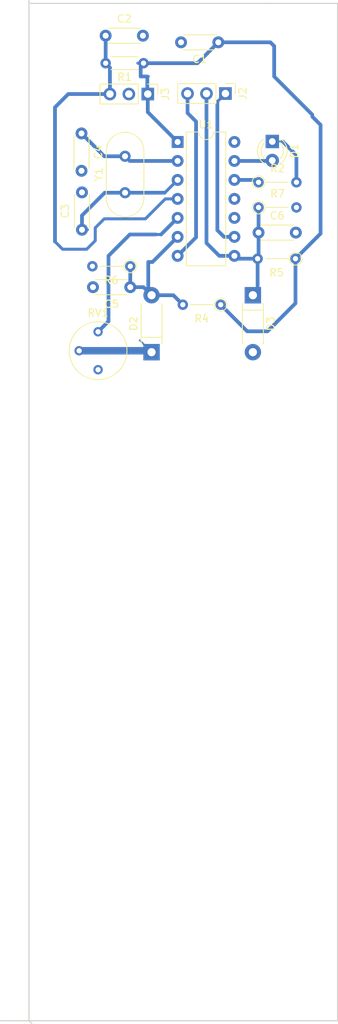
<source format=kicad_pcb>
(kicad_pcb (version 4) (host pcbnew 4.0.7)

  (general
    (links 38)
    (no_connects 10)
    (area 98.984999 31.039999 144.347001 168.096001)
    (thickness 1.6)
    (drawings 8)
    (tracks 97)
    (zones 0)
    (modules 20)
    (nets 18)
  )

  (page A4)
  (layers
    (0 F.Cu signal)
    (31 B.Cu signal)
    (32 B.Adhes user)
    (33 F.Adhes user)
    (34 B.Paste user)
    (35 F.Paste user)
    (36 B.SilkS user)
    (37 F.SilkS user)
    (38 B.Mask user)
    (39 F.Mask user)
    (40 Dwgs.User user)
    (41 Cmts.User user)
    (42 Eco1.User user)
    (43 Eco2.User user)
    (44 Edge.Cuts user)
    (45 Margin user)
    (46 B.CrtYd user)
    (47 F.CrtYd user)
    (48 B.Fab user)
    (49 F.Fab user)
  )

  (setup
    (last_trace_width 0.5)
    (trace_clearance 0.2)
    (zone_clearance 0.508)
    (zone_45_only no)
    (trace_min 0.2)
    (segment_width 0.2)
    (edge_width 0.15)
    (via_size 0.6)
    (via_drill 0.4)
    (via_min_size 0.4)
    (via_min_drill 0.3)
    (uvia_size 0.3)
    (uvia_drill 0.1)
    (uvias_allowed no)
    (uvia_min_size 0.2)
    (uvia_min_drill 0.1)
    (pcb_text_width 0.3)
    (pcb_text_size 1.5 1.5)
    (mod_edge_width 0.15)
    (mod_text_size 1 1)
    (mod_text_width 0.15)
    (pad_size 1.99898 1.99898)
    (pad_drill 0.8001)
    (pad_to_mask_clearance 0.2)
    (aux_axis_origin 0 0)
    (visible_elements 7FFFFFFF)
    (pcbplotparams
      (layerselection 0x00030_80000001)
      (usegerberextensions false)
      (excludeedgelayer true)
      (linewidth 0.100000)
      (plotframeref false)
      (viasonmask false)
      (mode 1)
      (useauxorigin false)
      (hpglpennumber 1)
      (hpglpenspeed 20)
      (hpglpendiameter 15)
      (hpglpenoverlay 2)
      (psnegative false)
      (psa4output false)
      (plotreference true)
      (plotvalue true)
      (plotinvisibletext false)
      (padsonsilk false)
      (subtractmaskfromsilk false)
      (outputformat 1)
      (mirror false)
      (drillshape 1)
      (scaleselection 1)
      (outputdirectory ""))
  )

  (net 0 "")
  (net 1 VCC)
  (net 2 GND)
  (net 3 /Reset)
  (net 4 "Net-(C3-Pad1)")
  (net 5 "Net-(C4-Pad1)")
  (net 6 Sense_low)
  (net 7 Sense_high)
  (net 8 "Net-(D1-Pad1)")
  (net 9 "Net-(D1-Pad2)")
  (net 10 Sensor_Track)
  (net 11 /sck)
  (net 12 /sda)
  (net 13 "Net-(R2-Pad1)")
  (net 14 Clock)
  (net 15 "Net-(U1-Pad10)")
  (net 16 "Net-(U1-Pad11)")
  (net 17 "Net-(RV1-Pad1)")

  (net_class Default "This is the default net class."
    (clearance 0.2)
    (trace_width 0.5)
    (via_dia 0.6)
    (via_drill 0.4)
    (uvia_dia 0.3)
    (uvia_drill 0.1)
    (add_net /Reset)
    (add_net /sck)
    (add_net /sda)
    (add_net Clock)
    (add_net GND)
    (add_net "Net-(C3-Pad1)")
    (add_net "Net-(C4-Pad1)")
    (add_net "Net-(D1-Pad1)")
    (add_net "Net-(D1-Pad2)")
    (add_net "Net-(R2-Pad1)")
    (add_net "Net-(RV1-Pad1)")
    (add_net "Net-(U1-Pad10)")
    (add_net "Net-(U1-Pad11)")
    (add_net Sense_high)
    (add_net Sense_low)
    (add_net VCC)
  )

  (net_class Strack ""
    (clearance 0.2)
    (trace_width 1.2)
    (via_dia 0.6)
    (via_drill 0.4)
    (uvia_dia 0.3)
    (uvia_drill 0.1)
    (add_net Sensor_Track)
  )

  (module Resistors_THT:R_Axial_DIN0204_L3.6mm_D1.6mm_P5.08mm_Vertical (layer F.Cu) (tedit 5874F706) (tstamp 5AC3AA66)
    (at 133.6675 58.801)
    (descr "Resistor, Axial_DIN0204 series, Axial, Vertical, pin pitch=5.08mm, 0.16666666666666666W = 1/6W, length*diameter=3.6*1.6mm^2, http://cdn-reichelt.de/documents/datenblatt/B400/1_4W%23YAG.pdf")
    (tags "Resistor Axial_DIN0204 series Axial Vertical pin pitch 5.08mm 0.16666666666666666W = 1/6W length 3.6mm diameter 1.6mm")
    (path /5AC3AAE6)
    (fp_text reference R7 (at 2.54 -1.86) (layer F.SilkS)
      (effects (font (size 1 1) (thickness 0.15)))
    )
    (fp_text value 1M (at 2.54 1.86) (layer F.Fab)
      (effects (font (size 1 1) (thickness 0.15)))
    )
    (fp_circle (center 0 0) (end 0.8 0) (layer F.Fab) (width 0.1))
    (fp_circle (center 0 0) (end 0.86 0) (layer F.SilkS) (width 0.12))
    (fp_line (start 0 0) (end 5.08 0) (layer F.Fab) (width 0.1))
    (fp_line (start 0.86 0) (end 4.08 0) (layer F.SilkS) (width 0.12))
    (fp_line (start -1.15 -1.15) (end -1.15 1.15) (layer F.CrtYd) (width 0.05))
    (fp_line (start -1.15 1.15) (end 6.1 1.15) (layer F.CrtYd) (width 0.05))
    (fp_line (start 6.1 1.15) (end 6.1 -1.15) (layer F.CrtYd) (width 0.05))
    (fp_line (start 6.1 -1.15) (end -1.15 -1.15) (layer F.CrtYd) (width 0.05))
    (pad 1 thru_hole circle (at 0 0) (size 1.4 1.4) (drill 0.7) (layers *.Cu *.Mask)
      (net 7 Sense_high))
    (pad 2 thru_hole oval (at 5.08 0) (size 1.4 1.4) (drill 0.7) (layers *.Cu *.Mask)
      (net 2 GND))
    (model ${KISYS3DMOD}/Resistors_THT.3dshapes/R_Axial_DIN0204_L3.6mm_D1.6mm_P5.08mm_Vertical.wrl
      (at (xyz 0 0 0))
      (scale (xyz 0.393701 0.393701 0.393701))
      (rotate (xyz 0 0 0))
    )
  )

  (module Resistors_THT:R_Axial_DIN0204_L3.6mm_D1.6mm_P5.08mm_Vertical (layer F.Cu) (tedit 5874F706) (tstamp 5AC3AA4D)
    (at 133.6675 55.4355)
    (descr "Resistor, Axial_DIN0204 series, Axial, Vertical, pin pitch=5.08mm, 0.16666666666666666W = 1/6W, length*diameter=3.6*1.6mm^2, http://cdn-reichelt.de/documents/datenblatt/B400/1_4W%23YAG.pdf")
    (tags "Resistor Axial_DIN0204 series Axial Vertical pin pitch 5.08mm 0.16666666666666666W = 1/6W length 3.6mm diameter 1.6mm")
    (path /5AC3F337)
    (fp_text reference R2 (at 2.54 -1.86) (layer F.SilkS)
      (effects (font (size 1 1) (thickness 0.15)))
    )
    (fp_text value 330 (at 2.54 1.86) (layer F.Fab)
      (effects (font (size 1 1) (thickness 0.15)))
    )
    (fp_circle (center 0 0) (end 0.8 0) (layer F.Fab) (width 0.1))
    (fp_circle (center 0 0) (end 0.86 0) (layer F.SilkS) (width 0.12))
    (fp_line (start 0 0) (end 5.08 0) (layer F.Fab) (width 0.1))
    (fp_line (start 0.86 0) (end 4.08 0) (layer F.SilkS) (width 0.12))
    (fp_line (start -1.15 -1.15) (end -1.15 1.15) (layer F.CrtYd) (width 0.05))
    (fp_line (start -1.15 1.15) (end 6.1 1.15) (layer F.CrtYd) (width 0.05))
    (fp_line (start 6.1 1.15) (end 6.1 -1.15) (layer F.CrtYd) (width 0.05))
    (fp_line (start 6.1 -1.15) (end -1.15 -1.15) (layer F.CrtYd) (width 0.05))
    (pad 1 thru_hole circle (at 0 0) (size 1.4 1.4) (drill 0.7) (layers *.Cu *.Mask)
      (net 13 "Net-(R2-Pad1)"))
    (pad 2 thru_hole oval (at 5.08 0) (size 1.4 1.4) (drill 0.7) (layers *.Cu *.Mask)
      (net 8 "Net-(D1-Pad1)"))
    (model ${KISYS3DMOD}/Resistors_THT.3dshapes/R_Axial_DIN0204_L3.6mm_D1.6mm_P5.08mm_Vertical.wrl
      (at (xyz 0 0 0))
      (scale (xyz 0.393701 0.393701 0.393701))
      (rotate (xyz 0 0 0))
    )
  )

  (module LEDs:LED_D3.0mm_FlatTop (layer F.Cu) (tedit 5880A862) (tstamp 5AC3A64E)
    (at 135.509 49.9745 270)
    (descr "LED, Round, FlatTop, diameter 3.0mm, 2 pins, http://www.kingbright.com/attachments/file/psearch/000/00/00/L-47XEC(Ver.9A).pdf")
    (tags "LED Round FlatTop diameter 3.0mm 2 pins")
    (path /5AC3F28A)
    (fp_text reference D1 (at 1.27 -2.96 270) (layer F.SilkS)
      (effects (font (size 1 1) (thickness 0.15)))
    )
    (fp_text value LED (at 1.27 2.96 270) (layer F.Fab)
      (effects (font (size 1 1) (thickness 0.15)))
    )
    (fp_arc (start 1.27 0) (end -0.23 -1.16619) (angle 284.3) (layer F.Fab) (width 0.1))
    (fp_arc (start 1.27 0) (end -0.29 -1.235516) (angle 108.8) (layer F.SilkS) (width 0.12))
    (fp_arc (start 1.27 0) (end -0.29 1.235516) (angle -108.8) (layer F.SilkS) (width 0.12))
    (fp_arc (start 1.27 0) (end 0.229039 -1.08) (angle 87.9) (layer F.SilkS) (width 0.12))
    (fp_arc (start 1.27 0) (end 0.229039 1.08) (angle -87.9) (layer F.SilkS) (width 0.12))
    (fp_circle (center 1.27 0) (end 2.77 0) (layer F.Fab) (width 0.1))
    (fp_line (start -0.23 -1.16619) (end -0.23 1.16619) (layer F.Fab) (width 0.1))
    (fp_line (start -0.29 -1.236) (end -0.29 -1.08) (layer F.SilkS) (width 0.12))
    (fp_line (start -0.29 1.08) (end -0.29 1.236) (layer F.SilkS) (width 0.12))
    (fp_line (start -1.15 -2.25) (end -1.15 2.25) (layer F.CrtYd) (width 0.05))
    (fp_line (start -1.15 2.25) (end 3.7 2.25) (layer F.CrtYd) (width 0.05))
    (fp_line (start 3.7 2.25) (end 3.7 -2.25) (layer F.CrtYd) (width 0.05))
    (fp_line (start 3.7 -2.25) (end -1.15 -2.25) (layer F.CrtYd) (width 0.05))
    (pad 1 thru_hole rect (at 0 0 270) (size 1.8 1.8) (drill 0.9) (layers *.Cu *.Mask)
      (net 8 "Net-(D1-Pad1)"))
    (pad 2 thru_hole circle (at 2.54 0 270) (size 1.8 1.8) (drill 0.9) (layers *.Cu *.Mask)
      (net 9 "Net-(D1-Pad2)"))
    (model ${KISYS3DMOD}/LEDs.3dshapes/LED_D3.0mm_FlatTop.wrl
      (at (xyz 0 0 0))
      (scale (xyz 0.393701 0.393701 0.393701))
      (rotate (xyz 0 0 0))
    )
  )

  (module Diodes_THT:D_DO-41_SOD81_P7.62mm_Horizontal (layer F.Cu) (tedit 5AC3A762) (tstamp 5AC3A654)
    (at 119.3165 78.1685 90)
    (descr "D, DO-41_SOD81 series, Axial, Horizontal, pin pitch=7.62mm, , length*diameter=5.2*2.7mm^2, , http://www.diodes.com/_files/packages/DO-41%20(Plastic).pdf")
    (tags "D DO-41_SOD81 series Axial Horizontal pin pitch 7.62mm  length 5.2mm diameter 2.7mm")
    (path /5AC3A86B)
    (fp_text reference D2 (at 3.81 -2.41 90) (layer F.SilkS)
      (effects (font (size 1 1) (thickness 0.15)))
    )
    (fp_text value D_Schottky (at 3.81 2.41 90) (layer F.Fab)
      (effects (font (size 1 1) (thickness 0.15)))
    )
    (fp_text user %R (at 4.064 0.762 90) (layer F.Fab)
      (effects (font (size 1 1) (thickness 0.15)))
    )
    (fp_line (start 1.21 -1.35) (end 1.21 1.35) (layer F.Fab) (width 0.1))
    (fp_line (start 1.21 1.35) (end 6.41 1.35) (layer F.Fab) (width 0.1))
    (fp_line (start 6.41 1.35) (end 6.41 -1.35) (layer F.Fab) (width 0.1))
    (fp_line (start 6.41 -1.35) (end 1.21 -1.35) (layer F.Fab) (width 0.1))
    (fp_line (start 0 0) (end 1.21 0) (layer F.Fab) (width 0.1))
    (fp_line (start 7.62 0) (end 6.41 0) (layer F.Fab) (width 0.1))
    (fp_line (start 1.99 -1.35) (end 1.99 1.35) (layer F.Fab) (width 0.1))
    (fp_line (start 1.15 -1.28) (end 1.15 -1.41) (layer F.SilkS) (width 0.12))
    (fp_line (start 1.15 -1.41) (end 6.47 -1.41) (layer F.SilkS) (width 0.12))
    (fp_line (start 6.47 -1.41) (end 6.47 -1.28) (layer F.SilkS) (width 0.12))
    (fp_line (start 1.15 1.28) (end 1.15 1.41) (layer F.SilkS) (width 0.12))
    (fp_line (start 1.15 1.41) (end 6.47 1.41) (layer F.SilkS) (width 0.12))
    (fp_line (start 6.47 1.41) (end 6.47 1.28) (layer F.SilkS) (width 0.12))
    (fp_line (start 1.99 -1.41) (end 1.99 1.41) (layer F.SilkS) (width 0.12))
    (fp_line (start -1.35 -1.7) (end -1.35 1.7) (layer F.CrtYd) (width 0.05))
    (fp_line (start -1.35 1.7) (end 9 1.7) (layer F.CrtYd) (width 0.05))
    (fp_line (start 9 1.7) (end 9 -1.7) (layer F.CrtYd) (width 0.05))
    (fp_line (start 9 -1.7) (end -1.35 -1.7) (layer F.CrtYd) (width 0.05))
    (pad 1 thru_hole rect (at 0 0 90) (size 2.2 2.2) (drill 1.1) (layers *.Cu *.Mask)
      (net 10 Sensor_Track))
    (pad 2 thru_hole oval (at 7.62 0 90) (size 2.2 2.2) (drill 1.1) (layers *.Cu *.Mask)
      (net 6 Sense_low))
    (model ${KISYS3DMOD}/Diodes_THT.3dshapes/D_DO-41_SOD81_P7.62mm_Horizontal.wrl
      (at (xyz 0 0 0))
      (scale (xyz 0.393701 0.393701 0.393701))
      (rotate (xyz 0 0 0))
    )
  )

  (module Diodes_THT:D_DO-41_SOD81_P7.62mm_Horizontal (layer F.Cu) (tedit 5921392F) (tstamp 5AC3A65A)
    (at 132.9055 70.5485 270)
    (descr "D, DO-41_SOD81 series, Axial, Horizontal, pin pitch=7.62mm, , length*diameter=5.2*2.7mm^2, , http://www.diodes.com/_files/packages/DO-41%20(Plastic).pdf")
    (tags "D DO-41_SOD81 series Axial Horizontal pin pitch 7.62mm  length 5.2mm diameter 2.7mm")
    (path /5AC3A8BB)
    (fp_text reference D3 (at 3.81 -2.41 270) (layer F.SilkS)
      (effects (font (size 1 1) (thickness 0.15)))
    )
    (fp_text value D_Schottky (at 3.81 2.41 270) (layer F.Fab)
      (effects (font (size 1 1) (thickness 0.15)))
    )
    (fp_text user %R (at 3.81 0 270) (layer F.Fab)
      (effects (font (size 1 1) (thickness 0.15)))
    )
    (fp_line (start 1.21 -1.35) (end 1.21 1.35) (layer F.Fab) (width 0.1))
    (fp_line (start 1.21 1.35) (end 6.41 1.35) (layer F.Fab) (width 0.1))
    (fp_line (start 6.41 1.35) (end 6.41 -1.35) (layer F.Fab) (width 0.1))
    (fp_line (start 6.41 -1.35) (end 1.21 -1.35) (layer F.Fab) (width 0.1))
    (fp_line (start 0 0) (end 1.21 0) (layer F.Fab) (width 0.1))
    (fp_line (start 7.62 0) (end 6.41 0) (layer F.Fab) (width 0.1))
    (fp_line (start 1.99 -1.35) (end 1.99 1.35) (layer F.Fab) (width 0.1))
    (fp_line (start 1.15 -1.28) (end 1.15 -1.41) (layer F.SilkS) (width 0.12))
    (fp_line (start 1.15 -1.41) (end 6.47 -1.41) (layer F.SilkS) (width 0.12))
    (fp_line (start 6.47 -1.41) (end 6.47 -1.28) (layer F.SilkS) (width 0.12))
    (fp_line (start 1.15 1.28) (end 1.15 1.41) (layer F.SilkS) (width 0.12))
    (fp_line (start 1.15 1.41) (end 6.47 1.41) (layer F.SilkS) (width 0.12))
    (fp_line (start 6.47 1.41) (end 6.47 1.28) (layer F.SilkS) (width 0.12))
    (fp_line (start 1.99 -1.41) (end 1.99 1.41) (layer F.SilkS) (width 0.12))
    (fp_line (start -1.35 -1.7) (end -1.35 1.7) (layer F.CrtYd) (width 0.05))
    (fp_line (start -1.35 1.7) (end 9 1.7) (layer F.CrtYd) (width 0.05))
    (fp_line (start 9 1.7) (end 9 -1.7) (layer F.CrtYd) (width 0.05))
    (fp_line (start 9 -1.7) (end -1.35 -1.7) (layer F.CrtYd) (width 0.05))
    (pad 1 thru_hole rect (at 0 0 270) (size 2.2 2.2) (drill 1.1) (layers *.Cu *.Mask)
      (net 7 Sense_high))
    (pad 2 thru_hole oval (at 7.62 0 270) (size 2.2 2.2) (drill 1.1) (layers *.Cu *.Mask)
      (net 10 Sensor_Track))
    (model ${KISYS3DMOD}/Diodes_THT.3dshapes/D_DO-41_SOD81_P7.62mm_Horizontal.wrl
      (at (xyz 0 0 0))
      (scale (xyz 0.393701 0.393701 0.393701))
      (rotate (xyz 0 0 0))
    )
  )

  (module Housings_DIP:DIP-14_W7.62mm (layer F.Cu) (tedit 59C78D6B) (tstamp 5AC3A6A0)
    (at 122.809 50.038)
    (descr "14-lead though-hole mounted DIP package, row spacing 7.62 mm (300 mils)")
    (tags "THT DIP DIL PDIP 2.54mm 7.62mm 300mil")
    (path /5AC3A6A1)
    (fp_text reference U1 (at 3.81 -2.33) (layer F.SilkS)
      (effects (font (size 1 1) (thickness 0.15)))
    )
    (fp_text value ATTINY44-20PU (at 3.81 17.57) (layer F.Fab)
      (effects (font (size 1 1) (thickness 0.15)))
    )
    (fp_arc (start 3.81 -1.33) (end 2.81 -1.33) (angle -180) (layer F.SilkS) (width 0.12))
    (fp_line (start 1.635 -1.27) (end 6.985 -1.27) (layer F.Fab) (width 0.1))
    (fp_line (start 6.985 -1.27) (end 6.985 16.51) (layer F.Fab) (width 0.1))
    (fp_line (start 6.985 16.51) (end 0.635 16.51) (layer F.Fab) (width 0.1))
    (fp_line (start 0.635 16.51) (end 0.635 -0.27) (layer F.Fab) (width 0.1))
    (fp_line (start 0.635 -0.27) (end 1.635 -1.27) (layer F.Fab) (width 0.1))
    (fp_line (start 2.81 -1.33) (end 1.16 -1.33) (layer F.SilkS) (width 0.12))
    (fp_line (start 1.16 -1.33) (end 1.16 16.57) (layer F.SilkS) (width 0.12))
    (fp_line (start 1.16 16.57) (end 6.46 16.57) (layer F.SilkS) (width 0.12))
    (fp_line (start 6.46 16.57) (end 6.46 -1.33) (layer F.SilkS) (width 0.12))
    (fp_line (start 6.46 -1.33) (end 4.81 -1.33) (layer F.SilkS) (width 0.12))
    (fp_line (start -1.1 -1.55) (end -1.1 16.8) (layer F.CrtYd) (width 0.05))
    (fp_line (start -1.1 16.8) (end 8.7 16.8) (layer F.CrtYd) (width 0.05))
    (fp_line (start 8.7 16.8) (end 8.7 -1.55) (layer F.CrtYd) (width 0.05))
    (fp_line (start 8.7 -1.55) (end -1.1 -1.55) (layer F.CrtYd) (width 0.05))
    (fp_text user %R (at 3.81 7.62) (layer F.Fab)
      (effects (font (size 1 1) (thickness 0.15)))
    )
    (pad 1 thru_hole rect (at 0 0) (size 1.6 1.6) (drill 0.8) (layers *.Cu *.Mask)
      (net 1 VCC))
    (pad 8 thru_hole oval (at 7.62 15.24) (size 1.6 1.6) (drill 0.8) (layers *.Cu *.Mask)
      (net 7 Sense_high))
    (pad 2 thru_hole oval (at 0 2.54) (size 1.6 1.6) (drill 0.8) (layers *.Cu *.Mask)
      (net 5 "Net-(C4-Pad1)"))
    (pad 9 thru_hole oval (at 7.62 12.7) (size 1.6 1.6) (drill 0.8) (layers *.Cu *.Mask)
      (net 11 /sck))
    (pad 3 thru_hole oval (at 0 5.08) (size 1.6 1.6) (drill 0.8) (layers *.Cu *.Mask)
      (net 4 "Net-(C3-Pad1)"))
    (pad 10 thru_hole oval (at 7.62 10.16) (size 1.6 1.6) (drill 0.8) (layers *.Cu *.Mask)
      (net 15 "Net-(U1-Pad10)"))
    (pad 4 thru_hole oval (at 0 7.62) (size 1.6 1.6) (drill 0.8) (layers *.Cu *.Mask)
      (net 3 /Reset))
    (pad 11 thru_hole oval (at 7.62 7.62) (size 1.6 1.6) (drill 0.8) (layers *.Cu *.Mask)
      (net 16 "Net-(U1-Pad11)"))
    (pad 5 thru_hole oval (at 0 10.16) (size 1.6 1.6) (drill 0.8) (layers *.Cu *.Mask)
      (net 14 Clock))
    (pad 12 thru_hole oval (at 7.62 5.08) (size 1.6 1.6) (drill 0.8) (layers *.Cu *.Mask)
      (net 13 "Net-(R2-Pad1)"))
    (pad 6 thru_hole oval (at 0 12.7) (size 1.6 1.6) (drill 0.8) (layers *.Cu *.Mask)
      (net 6 Sense_low))
    (pad 13 thru_hole oval (at 7.62 2.54) (size 1.6 1.6) (drill 0.8) (layers *.Cu *.Mask)
      (net 9 "Net-(D1-Pad2)"))
    (pad 7 thru_hole oval (at 0 15.24) (size 1.6 1.6) (drill 0.8) (layers *.Cu *.Mask)
      (net 12 /sda))
    (pad 14 thru_hole oval (at 7.62 0) (size 1.6 1.6) (drill 0.8) (layers *.Cu *.Mask)
      (net 2 GND))
    (model ${KISYS3DMOD}/Housings_DIP.3dshapes/DIP-14_W7.62mm.wrl
      (at (xyz 0 0 0))
      (scale (xyz 1 1 1))
      (rotate (xyz 0 0 0))
    )
  )

  (module Crystals:Crystal_HC49-U_Vertical (layer F.Cu) (tedit 58CD2E9C) (tstamp 5AC3A6A6)
    (at 115.7605 56.8325 90)
    (descr "Crystal THT HC-49/U http://5hertz.com/pdfs/04404_D.pdf")
    (tags "THT crystalHC-49/U")
    (path /5AC3C451)
    (fp_text reference Y1 (at 2.44 -3.525 90) (layer F.SilkS)
      (effects (font (size 1 1) (thickness 0.15)))
    )
    (fp_text value Crystal (at 2.44 3.525 90) (layer F.Fab)
      (effects (font (size 1 1) (thickness 0.15)))
    )
    (fp_text user %R (at 2.44 0 90) (layer F.Fab)
      (effects (font (size 1 1) (thickness 0.15)))
    )
    (fp_line (start -0.685 -2.325) (end 5.565 -2.325) (layer F.Fab) (width 0.1))
    (fp_line (start -0.685 2.325) (end 5.565 2.325) (layer F.Fab) (width 0.1))
    (fp_line (start -0.56 -2) (end 5.44 -2) (layer F.Fab) (width 0.1))
    (fp_line (start -0.56 2) (end 5.44 2) (layer F.Fab) (width 0.1))
    (fp_line (start -0.685 -2.525) (end 5.565 -2.525) (layer F.SilkS) (width 0.12))
    (fp_line (start -0.685 2.525) (end 5.565 2.525) (layer F.SilkS) (width 0.12))
    (fp_line (start -3.5 -2.8) (end -3.5 2.8) (layer F.CrtYd) (width 0.05))
    (fp_line (start -3.5 2.8) (end 8.4 2.8) (layer F.CrtYd) (width 0.05))
    (fp_line (start 8.4 2.8) (end 8.4 -2.8) (layer F.CrtYd) (width 0.05))
    (fp_line (start 8.4 -2.8) (end -3.5 -2.8) (layer F.CrtYd) (width 0.05))
    (fp_arc (start -0.685 0) (end -0.685 -2.325) (angle -180) (layer F.Fab) (width 0.1))
    (fp_arc (start 5.565 0) (end 5.565 -2.325) (angle 180) (layer F.Fab) (width 0.1))
    (fp_arc (start -0.56 0) (end -0.56 -2) (angle -180) (layer F.Fab) (width 0.1))
    (fp_arc (start 5.44 0) (end 5.44 -2) (angle 180) (layer F.Fab) (width 0.1))
    (fp_arc (start -0.685 0) (end -0.685 -2.525) (angle -180) (layer F.SilkS) (width 0.12))
    (fp_arc (start 5.565 0) (end 5.565 -2.525) (angle 180) (layer F.SilkS) (width 0.12))
    (pad 1 thru_hole circle (at 0 0 90) (size 1.5 1.5) (drill 0.8) (layers *.Cu *.Mask)
      (net 4 "Net-(C3-Pad1)"))
    (pad 2 thru_hole circle (at 4.88 0 90) (size 1.5 1.5) (drill 0.8) (layers *.Cu *.Mask)
      (net 5 "Net-(C4-Pad1)"))
    (model ${KISYS3DMOD}/Crystals.3dshapes/Crystal_HC49-U_Vertical.wrl
      (at (xyz 0 0 0))
      (scale (xyz 0.393701 0.393701 0.393701))
      (rotate (xyz 0 0 0))
    )
  )

  (module Capacitors_THT:C_Disc_D4.3mm_W1.9mm_P5.00mm (layer F.Cu) (tedit 597BC7C2) (tstamp 5AC3AA2A)
    (at 128.27 36.703 180)
    (descr "C, Disc series, Radial, pin pitch=5.00mm, , diameter*width=4.3*1.9mm^2, Capacitor, http://www.vishay.com/docs/45233/krseries.pdf")
    (tags "C Disc series Radial pin pitch 5.00mm  diameter 4.3mm width 1.9mm Capacitor")
    (path /5AC3B67B)
    (fp_text reference C1 (at 2.5 -2.26 180) (layer F.SilkS)
      (effects (font (size 1 1) (thickness 0.15)))
    )
    (fp_text value 1u (at 2.5 2.26 180) (layer F.Fab)
      (effects (font (size 1 1) (thickness 0.15)))
    )
    (fp_line (start 0.35 -0.95) (end 0.35 0.95) (layer F.Fab) (width 0.1))
    (fp_line (start 0.35 0.95) (end 4.65 0.95) (layer F.Fab) (width 0.1))
    (fp_line (start 4.65 0.95) (end 4.65 -0.95) (layer F.Fab) (width 0.1))
    (fp_line (start 4.65 -0.95) (end 0.35 -0.95) (layer F.Fab) (width 0.1))
    (fp_line (start 0.29 -1.01) (end 4.71 -1.01) (layer F.SilkS) (width 0.12))
    (fp_line (start 0.29 1.01) (end 4.71 1.01) (layer F.SilkS) (width 0.12))
    (fp_line (start 0.29 -1.01) (end 0.29 -0.996) (layer F.SilkS) (width 0.12))
    (fp_line (start 0.29 0.996) (end 0.29 1.01) (layer F.SilkS) (width 0.12))
    (fp_line (start 4.71 -1.01) (end 4.71 -0.996) (layer F.SilkS) (width 0.12))
    (fp_line (start 4.71 0.996) (end 4.71 1.01) (layer F.SilkS) (width 0.12))
    (fp_line (start -1.05 -1.3) (end -1.05 1.3) (layer F.CrtYd) (width 0.05))
    (fp_line (start -1.05 1.3) (end 6.05 1.3) (layer F.CrtYd) (width 0.05))
    (fp_line (start 6.05 1.3) (end 6.05 -1.3) (layer F.CrtYd) (width 0.05))
    (fp_line (start 6.05 -1.3) (end -1.05 -1.3) (layer F.CrtYd) (width 0.05))
    (fp_text user %R (at 2.5 0 180) (layer F.Fab)
      (effects (font (size 1 1) (thickness 0.15)))
    )
    (pad 1 thru_hole circle (at 0 0 180) (size 1.6 1.6) (drill 0.8) (layers *.Cu *.Mask)
      (net 1 VCC))
    (pad 2 thru_hole circle (at 5 0 180) (size 1.6 1.6) (drill 0.8) (layers *.Cu *.Mask)
      (net 2 GND))
    (model ${KISYS3DMOD}/Capacitors_THT.3dshapes/C_Disc_D4.3mm_W1.9mm_P5.00mm.wrl
      (at (xyz 0 0 0))
      (scale (xyz 1 1 1))
      (rotate (xyz 0 0 0))
    )
  )

  (module Capacitors_THT:C_Disc_D4.3mm_W1.9mm_P5.00mm (layer F.Cu) (tedit 5AC3AA39) (tstamp 5AC3AA2F)
    (at 113.157 35.814)
    (descr "C, Disc series, Radial, pin pitch=5.00mm, , diameter*width=4.3*1.9mm^2, Capacitor, http://www.vishay.com/docs/45233/krseries.pdf")
    (tags "C Disc series Radial pin pitch 5.00mm  diameter 4.3mm width 1.9mm Capacitor")
    (path /5AC3E1B7)
    (fp_text reference C2 (at 2.5 -2.26) (layer F.SilkS)
      (effects (font (size 1 1) (thickness 0.15)))
    )
    (fp_text value 1u (at 2.5 2.26) (layer F.Fab)
      (effects (font (size 1 1) (thickness 0.15)))
    )
    (fp_line (start 0.35 -0.95) (end 0.35 0.95) (layer F.Fab) (width 0.1))
    (fp_line (start 0.35 0.95) (end 4.65 0.95) (layer F.Fab) (width 0.1))
    (fp_line (start 4.65 0.95) (end 4.65 -0.95) (layer F.Fab) (width 0.1))
    (fp_line (start 4.65 -0.95) (end 0.35 -0.95) (layer F.Fab) (width 0.1))
    (fp_line (start 0.29 -1.01) (end 4.71 -1.01) (layer F.SilkS) (width 0.12))
    (fp_line (start 0.29 1.01) (end 4.71 1.01) (layer F.SilkS) (width 0.12))
    (fp_line (start 0.29 -1.01) (end 0.29 -0.996) (layer F.SilkS) (width 0.12))
    (fp_line (start 0.29 0.996) (end 0.29 1.01) (layer F.SilkS) (width 0.12))
    (fp_line (start 4.71 -1.01) (end 4.71 -0.996) (layer F.SilkS) (width 0.12))
    (fp_line (start 4.71 0.996) (end 4.71 1.01) (layer F.SilkS) (width 0.12))
    (fp_line (start -1.05 -1.3) (end -1.05 1.3) (layer F.CrtYd) (width 0.05))
    (fp_line (start -1.05 1.3) (end 6.05 1.3) (layer F.CrtYd) (width 0.05))
    (fp_line (start 6.05 1.3) (end 6.05 -1.3) (layer F.CrtYd) (width 0.05))
    (fp_line (start 6.05 -1.3) (end -1.05 -1.3) (layer F.CrtYd) (width 0.05))
    (fp_text user %R (at 2.54 0) (layer F.Fab)
      (effects (font (size 1 1) (thickness 0.15)))
    )
    (pad 1 thru_hole circle (at 0 0) (size 1.6 1.6) (drill 0.8) (layers *.Cu *.Mask)
      (net 3 /Reset))
    (pad 2 thru_hole circle (at 5 0) (size 1.6 1.6) (drill 0.8) (layers *.Cu *.Mask)
      (net 2 GND))
    (model ${KISYS3DMOD}/Capacitors_THT.3dshapes/C_Disc_D4.3mm_W1.9mm_P5.00mm.wrl
      (at (xyz 0 0 0))
      (scale (xyz 1 1 1))
      (rotate (xyz 0 0 0))
    )
  )

  (module Capacitors_THT:C_Disc_D4.3mm_W1.9mm_P5.00mm (layer F.Cu) (tedit 5AC3AA87) (tstamp 5AC3AA34)
    (at 109.982 61.7855 90)
    (descr "C, Disc series, Radial, pin pitch=5.00mm, , diameter*width=4.3*1.9mm^2, Capacitor, http://www.vishay.com/docs/45233/krseries.pdf")
    (tags "C Disc series Radial pin pitch 5.00mm  diameter 4.3mm width 1.9mm Capacitor")
    (path /5AC3C502)
    (fp_text reference C3 (at 2.5 -2.26 90) (layer F.SilkS)
      (effects (font (size 1 1) (thickness 0.15)))
    )
    (fp_text value 1n (at 2.5 2.26 90) (layer F.Fab)
      (effects (font (size 1 1) (thickness 0.15)))
    )
    (fp_line (start 0.35 -0.95) (end 0.35 0.95) (layer F.Fab) (width 0.1))
    (fp_line (start 0.35 0.95) (end 4.65 0.95) (layer F.Fab) (width 0.1))
    (fp_line (start 4.65 0.95) (end 4.65 -0.95) (layer F.Fab) (width 0.1))
    (fp_line (start 4.65 -0.95) (end 0.35 -0.95) (layer F.Fab) (width 0.1))
    (fp_line (start 0.29 -1.01) (end 4.71 -1.01) (layer F.SilkS) (width 0.12))
    (fp_line (start 0.29 1.01) (end 4.71 1.01) (layer F.SilkS) (width 0.12))
    (fp_line (start 0.29 -1.01) (end 0.29 -0.996) (layer F.SilkS) (width 0.12))
    (fp_line (start 0.29 0.996) (end 0.29 1.01) (layer F.SilkS) (width 0.12))
    (fp_line (start 4.71 -1.01) (end 4.71 -0.996) (layer F.SilkS) (width 0.12))
    (fp_line (start 4.71 0.996) (end 4.71 1.01) (layer F.SilkS) (width 0.12))
    (fp_line (start -1.05 -1.3) (end -1.05 1.3) (layer F.CrtYd) (width 0.05))
    (fp_line (start -1.05 1.3) (end 6.05 1.3) (layer F.CrtYd) (width 0.05))
    (fp_line (start 6.05 1.3) (end 6.05 -1.3) (layer F.CrtYd) (width 0.05))
    (fp_line (start 6.05 -1.3) (end -1.05 -1.3) (layer F.CrtYd) (width 0.05))
    (fp_text user %R (at 2.032 0 90) (layer F.Fab)
      (effects (font (size 1 1) (thickness 0.15)))
    )
    (pad 1 thru_hole circle (at 0 0 90) (size 1.6 1.6) (drill 0.8) (layers *.Cu *.Mask)
      (net 4 "Net-(C3-Pad1)"))
    (pad 2 thru_hole circle (at 5 0 90) (size 1.6 1.6) (drill 0.8) (layers *.Cu *.Mask)
      (net 2 GND))
    (model ${KISYS3DMOD}/Capacitors_THT.3dshapes/C_Disc_D4.3mm_W1.9mm_P5.00mm.wrl
      (at (xyz 0 0 0))
      (scale (xyz 1 1 1))
      (rotate (xyz 0 0 0))
    )
  )

  (module Capacitors_THT:C_Disc_D4.3mm_W1.9mm_P5.00mm (layer F.Cu) (tedit 597BC7C2) (tstamp 5AC3AA39)
    (at 109.9185 48.895 270)
    (descr "C, Disc series, Radial, pin pitch=5.00mm, , diameter*width=4.3*1.9mm^2, Capacitor, http://www.vishay.com/docs/45233/krseries.pdf")
    (tags "C Disc series Radial pin pitch 5.00mm  diameter 4.3mm width 1.9mm Capacitor")
    (path /5AC3C67C)
    (fp_text reference C4 (at 2.5 -2.26 270) (layer F.SilkS)
      (effects (font (size 1 1) (thickness 0.15)))
    )
    (fp_text value 1n (at 2.5 2.26 270) (layer F.Fab)
      (effects (font (size 1 1) (thickness 0.15)))
    )
    (fp_line (start 0.35 -0.95) (end 0.35 0.95) (layer F.Fab) (width 0.1))
    (fp_line (start 0.35 0.95) (end 4.65 0.95) (layer F.Fab) (width 0.1))
    (fp_line (start 4.65 0.95) (end 4.65 -0.95) (layer F.Fab) (width 0.1))
    (fp_line (start 4.65 -0.95) (end 0.35 -0.95) (layer F.Fab) (width 0.1))
    (fp_line (start 0.29 -1.01) (end 4.71 -1.01) (layer F.SilkS) (width 0.12))
    (fp_line (start 0.29 1.01) (end 4.71 1.01) (layer F.SilkS) (width 0.12))
    (fp_line (start 0.29 -1.01) (end 0.29 -0.996) (layer F.SilkS) (width 0.12))
    (fp_line (start 0.29 0.996) (end 0.29 1.01) (layer F.SilkS) (width 0.12))
    (fp_line (start 4.71 -1.01) (end 4.71 -0.996) (layer F.SilkS) (width 0.12))
    (fp_line (start 4.71 0.996) (end 4.71 1.01) (layer F.SilkS) (width 0.12))
    (fp_line (start -1.05 -1.3) (end -1.05 1.3) (layer F.CrtYd) (width 0.05))
    (fp_line (start -1.05 1.3) (end 6.05 1.3) (layer F.CrtYd) (width 0.05))
    (fp_line (start 6.05 1.3) (end 6.05 -1.3) (layer F.CrtYd) (width 0.05))
    (fp_line (start 6.05 -1.3) (end -1.05 -1.3) (layer F.CrtYd) (width 0.05))
    (fp_text user %R (at 2.5 0 270) (layer F.Fab)
      (effects (font (size 1 1) (thickness 0.15)))
    )
    (pad 1 thru_hole circle (at 0 0 270) (size 1.6 1.6) (drill 0.8) (layers *.Cu *.Mask)
      (net 5 "Net-(C4-Pad1)"))
    (pad 2 thru_hole circle (at 5 0 270) (size 1.6 1.6) (drill 0.8) (layers *.Cu *.Mask)
      (net 2 GND))
    (model ${KISYS3DMOD}/Capacitors_THT.3dshapes/C_Disc_D4.3mm_W1.9mm_P5.00mm.wrl
      (at (xyz 0 0 0))
      (scale (xyz 1 1 1))
      (rotate (xyz 0 0 0))
    )
  )

  (module Capacitors_THT:C_Disc_D4.3mm_W1.9mm_P5.00mm (layer F.Cu) (tedit 5ACC1B59) (tstamp 5AC3AA3E)
    (at 116.459 69.469 180)
    (descr "C, Disc series, Radial, pin pitch=5.00mm, , diameter*width=4.3*1.9mm^2, Capacitor, http://www.vishay.com/docs/45233/krseries.pdf")
    (tags "C Disc series Radial pin pitch 5.00mm  diameter 4.3mm width 1.9mm Capacitor")
    (path /5AC3A7A3)
    (fp_text reference C5 (at 2.5 -2.26 180) (layer F.SilkS)
      (effects (font (size 1 1) (thickness 0.15)))
    )
    (fp_text value 1n (at 2.5 2.26 180) (layer F.Fab)
      (effects (font (size 1 1) (thickness 0.15)))
    )
    (fp_line (start 0.35 -0.95) (end 0.35 0.95) (layer F.Fab) (width 0.1))
    (fp_line (start 0.35 0.95) (end 4.65 0.95) (layer F.Fab) (width 0.1))
    (fp_line (start 4.65 0.95) (end 4.65 -0.95) (layer F.Fab) (width 0.1))
    (fp_line (start 4.65 -0.95) (end 0.35 -0.95) (layer F.Fab) (width 0.1))
    (fp_line (start 0.29 -1.01) (end 4.71 -1.01) (layer F.SilkS) (width 0.12))
    (fp_line (start 0.29 1.01) (end 4.71 1.01) (layer F.SilkS) (width 0.12))
    (fp_line (start 0.29 -1.01) (end 0.29 -0.996) (layer F.SilkS) (width 0.12))
    (fp_line (start 0.29 0.996) (end 0.29 1.01) (layer F.SilkS) (width 0.12))
    (fp_line (start 4.71 -1.01) (end 4.71 -0.996) (layer F.SilkS) (width 0.12))
    (fp_line (start 4.71 0.996) (end 4.71 1.01) (layer F.SilkS) (width 0.12))
    (fp_line (start -1.05 -1.3) (end -1.05 1.3) (layer F.CrtYd) (width 0.05))
    (fp_line (start -1.05 1.3) (end 6.05 1.3) (layer F.CrtYd) (width 0.05))
    (fp_line (start 6.05 1.3) (end 6.05 -1.3) (layer F.CrtYd) (width 0.05))
    (fp_line (start 6.05 -1.3) (end -1.05 -1.3) (layer F.CrtYd) (width 0.05))
    (fp_text user %R (at 2.4765 0.3175 180) (layer F.Fab)
      (effects (font (size 1 1) (thickness 0.15)))
    )
    (pad 1 thru_hole circle (at 0 0 180) (size 1.6 1.6) (drill 0.8) (layers *.Cu *.Mask)
      (net 6 Sense_low))
    (pad 2 thru_hole circle (at 5 0 180) (size 1.6 1.6) (drill 0.8) (layers *.Cu *.Mask)
      (net 2 GND))
    (model ${KISYS3DMOD}/Capacitors_THT.3dshapes/C_Disc_D4.3mm_W1.9mm_P5.00mm.wrl
      (at (xyz 0 0 0))
      (scale (xyz 1 1 1))
      (rotate (xyz 0 0 0))
    )
  )

  (module Capacitors_THT:C_Disc_D4.3mm_W1.9mm_P5.00mm (layer F.Cu) (tedit 597BC7C2) (tstamp 5AC3AA43)
    (at 133.6675 62.1665)
    (descr "C, Disc series, Radial, pin pitch=5.00mm, , diameter*width=4.3*1.9mm^2, Capacitor, http://www.vishay.com/docs/45233/krseries.pdf")
    (tags "C Disc series Radial pin pitch 5.00mm  diameter 4.3mm width 1.9mm Capacitor")
    (path /5AC3AADA)
    (fp_text reference C6 (at 2.5 -2.26) (layer F.SilkS)
      (effects (font (size 1 1) (thickness 0.15)))
    )
    (fp_text value 1n (at 2.5 2.26) (layer F.Fab)
      (effects (font (size 1 1) (thickness 0.15)))
    )
    (fp_line (start 0.35 -0.95) (end 0.35 0.95) (layer F.Fab) (width 0.1))
    (fp_line (start 0.35 0.95) (end 4.65 0.95) (layer F.Fab) (width 0.1))
    (fp_line (start 4.65 0.95) (end 4.65 -0.95) (layer F.Fab) (width 0.1))
    (fp_line (start 4.65 -0.95) (end 0.35 -0.95) (layer F.Fab) (width 0.1))
    (fp_line (start 0.29 -1.01) (end 4.71 -1.01) (layer F.SilkS) (width 0.12))
    (fp_line (start 0.29 1.01) (end 4.71 1.01) (layer F.SilkS) (width 0.12))
    (fp_line (start 0.29 -1.01) (end 0.29 -0.996) (layer F.SilkS) (width 0.12))
    (fp_line (start 0.29 0.996) (end 0.29 1.01) (layer F.SilkS) (width 0.12))
    (fp_line (start 4.71 -1.01) (end 4.71 -0.996) (layer F.SilkS) (width 0.12))
    (fp_line (start 4.71 0.996) (end 4.71 1.01) (layer F.SilkS) (width 0.12))
    (fp_line (start -1.05 -1.3) (end -1.05 1.3) (layer F.CrtYd) (width 0.05))
    (fp_line (start -1.05 1.3) (end 6.05 1.3) (layer F.CrtYd) (width 0.05))
    (fp_line (start 6.05 1.3) (end 6.05 -1.3) (layer F.CrtYd) (width 0.05))
    (fp_line (start 6.05 -1.3) (end -1.05 -1.3) (layer F.CrtYd) (width 0.05))
    (fp_text user %R (at 2.5 0) (layer F.Fab)
      (effects (font (size 1 1) (thickness 0.15)))
    )
    (pad 1 thru_hole circle (at 0 0) (size 1.6 1.6) (drill 0.8) (layers *.Cu *.Mask)
      (net 7 Sense_high))
    (pad 2 thru_hole circle (at 5 0) (size 1.6 1.6) (drill 0.8) (layers *.Cu *.Mask)
      (net 2 GND))
    (model ${KISYS3DMOD}/Capacitors_THT.3dshapes/C_Disc_D4.3mm_W1.9mm_P5.00mm.wrl
      (at (xyz 0 0 0))
      (scale (xyz 1 1 1))
      (rotate (xyz 0 0 0))
    )
  )

  (module Resistors_THT:R_Axial_DIN0204_L3.6mm_D1.6mm_P5.08mm_Horizontal (layer F.Cu) (tedit 5874F706) (tstamp 5AC3AA48)
    (at 118.237 39.497 180)
    (descr "Resistor, Axial_DIN0204 series, Axial, Horizontal, pin pitch=5.08mm, 0.16666666666666666W = 1/6W, length*diameter=3.6*1.6mm^2, http://cdn-reichelt.de/documents/datenblatt/B400/1_4W%23YAG.pdf")
    (tags "Resistor Axial_DIN0204 series Axial Horizontal pin pitch 5.08mm 0.16666666666666666W = 1/6W length 3.6mm diameter 1.6mm")
    (path /5AC3E4AA)
    (fp_text reference R1 (at 2.54 -1.86 180) (layer F.SilkS)
      (effects (font (size 1 1) (thickness 0.15)))
    )
    (fp_text value 10k (at 2.54 1.86 180) (layer F.Fab)
      (effects (font (size 1 1) (thickness 0.15)))
    )
    (fp_line (start 0.74 -0.8) (end 0.74 0.8) (layer F.Fab) (width 0.1))
    (fp_line (start 0.74 0.8) (end 4.34 0.8) (layer F.Fab) (width 0.1))
    (fp_line (start 4.34 0.8) (end 4.34 -0.8) (layer F.Fab) (width 0.1))
    (fp_line (start 4.34 -0.8) (end 0.74 -0.8) (layer F.Fab) (width 0.1))
    (fp_line (start 0 0) (end 0.74 0) (layer F.Fab) (width 0.1))
    (fp_line (start 5.08 0) (end 4.34 0) (layer F.Fab) (width 0.1))
    (fp_line (start 0.68 -0.86) (end 4.4 -0.86) (layer F.SilkS) (width 0.12))
    (fp_line (start 0.68 0.86) (end 4.4 0.86) (layer F.SilkS) (width 0.12))
    (fp_line (start -0.95 -1.15) (end -0.95 1.15) (layer F.CrtYd) (width 0.05))
    (fp_line (start -0.95 1.15) (end 6.05 1.15) (layer F.CrtYd) (width 0.05))
    (fp_line (start 6.05 1.15) (end 6.05 -1.15) (layer F.CrtYd) (width 0.05))
    (fp_line (start 6.05 -1.15) (end -0.95 -1.15) (layer F.CrtYd) (width 0.05))
    (pad 1 thru_hole circle (at 0 0 180) (size 1.4 1.4) (drill 0.7) (layers *.Cu *.Mask)
      (net 1 VCC))
    (pad 2 thru_hole oval (at 5.08 0 180) (size 1.4 1.4) (drill 0.7) (layers *.Cu *.Mask)
      (net 3 /Reset))
    (model ${KISYS3DMOD}/Resistors_THT.3dshapes/R_Axial_DIN0204_L3.6mm_D1.6mm_P5.08mm_Horizontal.wrl
      (at (xyz 0 0 0))
      (scale (xyz 0.393701 0.393701 0.393701))
      (rotate (xyz 0 0 0))
    )
  )

  (module Resistors_THT:R_Axial_DIN0204_L3.6mm_D1.6mm_P5.08mm_Vertical (layer F.Cu) (tedit 5874F706) (tstamp 5AC3AA57)
    (at 128.5875 71.8185 180)
    (descr "Resistor, Axial_DIN0204 series, Axial, Vertical, pin pitch=5.08mm, 0.16666666666666666W = 1/6W, length*diameter=3.6*1.6mm^2, http://cdn-reichelt.de/documents/datenblatt/B400/1_4W%23YAG.pdf")
    (tags "Resistor Axial_DIN0204 series Axial Vertical pin pitch 5.08mm 0.16666666666666666W = 1/6W length 3.6mm diameter 1.6mm")
    (path /5AC3A764)
    (fp_text reference R4 (at 2.54 -1.86 180) (layer F.SilkS)
      (effects (font (size 1 1) (thickness 0.15)))
    )
    (fp_text value 1M (at 2.54 1.86 180) (layer F.Fab)
      (effects (font (size 1 1) (thickness 0.15)))
    )
    (fp_circle (center 0 0) (end 0.8 0) (layer F.Fab) (width 0.1))
    (fp_circle (center 0 0) (end 0.86 0) (layer F.SilkS) (width 0.12))
    (fp_line (start 0 0) (end 5.08 0) (layer F.Fab) (width 0.1))
    (fp_line (start 0.86 0) (end 4.08 0) (layer F.SilkS) (width 0.12))
    (fp_line (start -1.15 -1.15) (end -1.15 1.15) (layer F.CrtYd) (width 0.05))
    (fp_line (start -1.15 1.15) (end 6.1 1.15) (layer F.CrtYd) (width 0.05))
    (fp_line (start 6.1 1.15) (end 6.1 -1.15) (layer F.CrtYd) (width 0.05))
    (fp_line (start 6.1 -1.15) (end -1.15 -1.15) (layer F.CrtYd) (width 0.05))
    (pad 1 thru_hole circle (at 0 0 180) (size 1.4 1.4) (drill 0.7) (layers *.Cu *.Mask)
      (net 1 VCC))
    (pad 2 thru_hole oval (at 5.08 0 180) (size 1.4 1.4) (drill 0.7) (layers *.Cu *.Mask)
      (net 6 Sense_low))
    (model ${KISYS3DMOD}/Resistors_THT.3dshapes/R_Axial_DIN0204_L3.6mm_D1.6mm_P5.08mm_Vertical.wrl
      (at (xyz 0 0 0))
      (scale (xyz 0.393701 0.393701 0.393701))
      (rotate (xyz 0 0 0))
    )
  )

  (module Resistors_THT:R_Axial_DIN0204_L3.6mm_D1.6mm_P5.08mm_Vertical (layer F.Cu) (tedit 5874F706) (tstamp 5AC3AA5C)
    (at 138.6205 65.659 180)
    (descr "Resistor, Axial_DIN0204 series, Axial, Vertical, pin pitch=5.08mm, 0.16666666666666666W = 1/6W, length*diameter=3.6*1.6mm^2, http://cdn-reichelt.de/documents/datenblatt/B400/1_4W%23YAG.pdf")
    (tags "Resistor Axial_DIN0204 series Axial Vertical pin pitch 5.08mm 0.16666666666666666W = 1/6W length 3.6mm diameter 1.6mm")
    (path /5AC3AAD4)
    (fp_text reference R5 (at 2.54 -1.86 180) (layer F.SilkS)
      (effects (font (size 1 1) (thickness 0.15)))
    )
    (fp_text value 1M (at 2.54 1.86 180) (layer F.Fab)
      (effects (font (size 1 1) (thickness 0.15)))
    )
    (fp_circle (center 0 0) (end 0.8 0) (layer F.Fab) (width 0.1))
    (fp_circle (center 0 0) (end 0.86 0) (layer F.SilkS) (width 0.12))
    (fp_line (start 0 0) (end 5.08 0) (layer F.Fab) (width 0.1))
    (fp_line (start 0.86 0) (end 4.08 0) (layer F.SilkS) (width 0.12))
    (fp_line (start -1.15 -1.15) (end -1.15 1.15) (layer F.CrtYd) (width 0.05))
    (fp_line (start -1.15 1.15) (end 6.1 1.15) (layer F.CrtYd) (width 0.05))
    (fp_line (start 6.1 1.15) (end 6.1 -1.15) (layer F.CrtYd) (width 0.05))
    (fp_line (start 6.1 -1.15) (end -1.15 -1.15) (layer F.CrtYd) (width 0.05))
    (pad 1 thru_hole circle (at 0 0 180) (size 1.4 1.4) (drill 0.7) (layers *.Cu *.Mask)
      (net 1 VCC))
    (pad 2 thru_hole oval (at 5.08 0 180) (size 1.4 1.4) (drill 0.7) (layers *.Cu *.Mask)
      (net 7 Sense_high))
    (model ${KISYS3DMOD}/Resistors_THT.3dshapes/R_Axial_DIN0204_L3.6mm_D1.6mm_P5.08mm_Vertical.wrl
      (at (xyz 0 0 0))
      (scale (xyz 0.393701 0.393701 0.393701))
      (rotate (xyz 0 0 0))
    )
  )

  (module Resistors_THT:R_Axial_DIN0204_L3.6mm_D1.6mm_P5.08mm_Vertical (layer F.Cu) (tedit 5874F706) (tstamp 5AC3AA61)
    (at 116.459 66.675 180)
    (descr "Resistor, Axial_DIN0204 series, Axial, Vertical, pin pitch=5.08mm, 0.16666666666666666W = 1/6W, length*diameter=3.6*1.6mm^2, http://cdn-reichelt.de/documents/datenblatt/B400/1_4W%23YAG.pdf")
    (tags "Resistor Axial_DIN0204 series Axial Vertical pin pitch 5.08mm 0.16666666666666666W = 1/6W length 3.6mm diameter 1.6mm")
    (path /5AC3A800)
    (fp_text reference R6 (at 2.54 -1.86 180) (layer F.SilkS)
      (effects (font (size 1 1) (thickness 0.15)))
    )
    (fp_text value 1M (at 2.54 1.86 180) (layer F.Fab)
      (effects (font (size 1 1) (thickness 0.15)))
    )
    (fp_circle (center 0 0) (end 0.8 0) (layer F.Fab) (width 0.1))
    (fp_circle (center 0 0) (end 0.86 0) (layer F.SilkS) (width 0.12))
    (fp_line (start 0 0) (end 5.08 0) (layer F.Fab) (width 0.1))
    (fp_line (start 0.86 0) (end 4.08 0) (layer F.SilkS) (width 0.12))
    (fp_line (start -1.15 -1.15) (end -1.15 1.15) (layer F.CrtYd) (width 0.05))
    (fp_line (start -1.15 1.15) (end 6.1 1.15) (layer F.CrtYd) (width 0.05))
    (fp_line (start 6.1 1.15) (end 6.1 -1.15) (layer F.CrtYd) (width 0.05))
    (fp_line (start 6.1 -1.15) (end -1.15 -1.15) (layer F.CrtYd) (width 0.05))
    (pad 1 thru_hole circle (at 0 0 180) (size 1.4 1.4) (drill 0.7) (layers *.Cu *.Mask)
      (net 6 Sense_low))
    (pad 2 thru_hole oval (at 5.08 0 180) (size 1.4 1.4) (drill 0.7) (layers *.Cu *.Mask)
      (net 2 GND))
    (model ${KISYS3DMOD}/Resistors_THT.3dshapes/R_Axial_DIN0204_L3.6mm_D1.6mm_P5.08mm_Vertical.wrl
      (at (xyz 0 0 0))
      (scale (xyz 0.393701 0.393701 0.393701))
      (rotate (xyz 0 0 0))
    )
  )

  (module Pin_Headers:Pin_Header_Straight_1x03_Pitch2.54mm (layer F.Cu) (tedit 59650532) (tstamp 5ACB8A5C)
    (at 129.2225 43.561 270)
    (descr "Through hole straight pin header, 1x03, 2.54mm pitch, single row")
    (tags "Through hole pin header THT 1x03 2.54mm single row")
    (path /5ACB8B25)
    (fp_text reference J2 (at 0 -2.33 270) (layer F.SilkS)
      (effects (font (size 1 1) (thickness 0.15)))
    )
    (fp_text value Conn_01x03 (at 0 7.41 270) (layer F.Fab)
      (effects (font (size 1 1) (thickness 0.15)))
    )
    (fp_line (start -0.635 -1.27) (end 1.27 -1.27) (layer F.Fab) (width 0.1))
    (fp_line (start 1.27 -1.27) (end 1.27 6.35) (layer F.Fab) (width 0.1))
    (fp_line (start 1.27 6.35) (end -1.27 6.35) (layer F.Fab) (width 0.1))
    (fp_line (start -1.27 6.35) (end -1.27 -0.635) (layer F.Fab) (width 0.1))
    (fp_line (start -1.27 -0.635) (end -0.635 -1.27) (layer F.Fab) (width 0.1))
    (fp_line (start -1.33 6.41) (end 1.33 6.41) (layer F.SilkS) (width 0.12))
    (fp_line (start -1.33 1.27) (end -1.33 6.41) (layer F.SilkS) (width 0.12))
    (fp_line (start 1.33 1.27) (end 1.33 6.41) (layer F.SilkS) (width 0.12))
    (fp_line (start -1.33 1.27) (end 1.33 1.27) (layer F.SilkS) (width 0.12))
    (fp_line (start -1.33 0) (end -1.33 -1.33) (layer F.SilkS) (width 0.12))
    (fp_line (start -1.33 -1.33) (end 0 -1.33) (layer F.SilkS) (width 0.12))
    (fp_line (start -1.8 -1.8) (end -1.8 6.85) (layer F.CrtYd) (width 0.05))
    (fp_line (start -1.8 6.85) (end 1.8 6.85) (layer F.CrtYd) (width 0.05))
    (fp_line (start 1.8 6.85) (end 1.8 -1.8) (layer F.CrtYd) (width 0.05))
    (fp_line (start 1.8 -1.8) (end -1.8 -1.8) (layer F.CrtYd) (width 0.05))
    (fp_text user %R (at 0 2.54 360) (layer F.Fab)
      (effects (font (size 1 1) (thickness 0.15)))
    )
    (pad 1 thru_hole rect (at 0 0 270) (size 1.7 1.7) (drill 1) (layers *.Cu *.Mask)
      (net 11 /sck))
    (pad 2 thru_hole oval (at 0 2.54 270) (size 1.7 1.7) (drill 1) (layers *.Cu *.Mask)
      (net 7 Sense_high))
    (pad 3 thru_hole oval (at 0 5.08 270) (size 1.7 1.7) (drill 1) (layers *.Cu *.Mask)
      (net 12 /sda))
    (model ${KISYS3DMOD}/Pin_Headers.3dshapes/Pin_Header_Straight_1x03_Pitch2.54mm.wrl
      (at (xyz 0 0 0))
      (scale (xyz 1 1 1))
      (rotate (xyz 0 0 0))
    )
  )

  (module Pin_Headers:Pin_Header_Straight_1x03_Pitch2.54mm (layer F.Cu) (tedit 59650532) (tstamp 5ACB8A63)
    (at 118.8085 43.6245 270)
    (descr "Through hole straight pin header, 1x03, 2.54mm pitch, single row")
    (tags "Through hole pin header THT 1x03 2.54mm single row")
    (path /5ACB8B80)
    (fp_text reference J3 (at 0 -2.33 270) (layer F.SilkS)
      (effects (font (size 1 1) (thickness 0.15)))
    )
    (fp_text value Conn_01x03 (at 0 7.41 270) (layer F.Fab)
      (effects (font (size 1 1) (thickness 0.15)))
    )
    (fp_line (start -0.635 -1.27) (end 1.27 -1.27) (layer F.Fab) (width 0.1))
    (fp_line (start 1.27 -1.27) (end 1.27 6.35) (layer F.Fab) (width 0.1))
    (fp_line (start 1.27 6.35) (end -1.27 6.35) (layer F.Fab) (width 0.1))
    (fp_line (start -1.27 6.35) (end -1.27 -0.635) (layer F.Fab) (width 0.1))
    (fp_line (start -1.27 -0.635) (end -0.635 -1.27) (layer F.Fab) (width 0.1))
    (fp_line (start -1.33 6.41) (end 1.33 6.41) (layer F.SilkS) (width 0.12))
    (fp_line (start -1.33 1.27) (end -1.33 6.41) (layer F.SilkS) (width 0.12))
    (fp_line (start 1.33 1.27) (end 1.33 6.41) (layer F.SilkS) (width 0.12))
    (fp_line (start -1.33 1.27) (end 1.33 1.27) (layer F.SilkS) (width 0.12))
    (fp_line (start -1.33 0) (end -1.33 -1.33) (layer F.SilkS) (width 0.12))
    (fp_line (start -1.33 -1.33) (end 0 -1.33) (layer F.SilkS) (width 0.12))
    (fp_line (start -1.8 -1.8) (end -1.8 6.85) (layer F.CrtYd) (width 0.05))
    (fp_line (start -1.8 6.85) (end 1.8 6.85) (layer F.CrtYd) (width 0.05))
    (fp_line (start 1.8 6.85) (end 1.8 -1.8) (layer F.CrtYd) (width 0.05))
    (fp_line (start 1.8 -1.8) (end -1.8 -1.8) (layer F.CrtYd) (width 0.05))
    (fp_text user %R (at 0 2.54 360) (layer F.Fab)
      (effects (font (size 1 1) (thickness 0.15)))
    )
    (pad 1 thru_hole rect (at 0 0 270) (size 1.7 1.7) (drill 1) (layers *.Cu *.Mask)
      (net 1 VCC))
    (pad 2 thru_hole oval (at 0 2.54 270) (size 1.7 1.7) (drill 1) (layers *.Cu *.Mask)
      (net 2 GND))
    (pad 3 thru_hole oval (at 0 5.08 270) (size 1.7 1.7) (drill 1) (layers *.Cu *.Mask)
      (net 3 /Reset))
    (model ${KISYS3DMOD}/Pin_Headers.3dshapes/Pin_Header_Straight_1x03_Pitch2.54mm.wrl
      (at (xyz 0 0 0))
      (scale (xyz 1 1 1))
      (rotate (xyz 0 0 0))
    )
  )

  (module Potentiometers:Potentiometer_Trimmer_Bourns_3339P_Horizontal (layer F.Cu) (tedit 58826FD6) (tstamp 5ACB8EE5)
    (at 112.141 80.518)
    (descr "Potentiometer, horizontally mounted, Omeg PC16PU, Omeg PC16PU, Omeg PC16PU, Vishay/Spectrol 248GJ/249GJ Single, Vishay/Spectrol 248GJ/249GJ Single, Vishay/Spectrol 248GJ/249GJ Single, Vishay/Spectrol 248GH/249GH Single, Vishay/Spectrol 148/149 Single, Vishay/Spectrol 148/149 Single, Vishay/Spectrol 148/149 Single, Vishay/Spectrol 148A/149A Single with mounting plates, Vishay/Spectrol 148/149 Double, Vishay/Spectrol 148A/149A Double with mounting plates, Piher PC-16 Single, Piher PC-16 Single, Piher PC-16 Single, Piher PC-16SV Single, Piher PC-16 Double, Piher PC-16 Triple, Piher T16H Single, Piher T16L Single, Piher T16H Double, Alps RK163 Single, Alps RK163 Double, Alps RK097 Single, Alps RK097 Double, Bourns PTV09A-2 Single with mounting sleve Single, Bourns PTV09A-1 with mounting sleve Single, Bourns PRS11S Single, Alps RK09K Single with mounting sleve Single, Alps RK09K with mounting sleve Single, Alps RK09L Single, Alps RK09L Single, Alps RK09L Double, Alps RK09L Double, Alps RK09Y Single, Bourns 3339S Single, Bourns 3339S Single, Bourns 3339P Single, http://www.alps.com/prod/info/E/HTML/Potentiometer/RotaryPotentiometers/RK09Y11/RK09Y11L0001.html")
    (tags "Potentiometer horizontal  Omeg PC16PU  Omeg PC16PU  Omeg PC16PU  Vishay/Spectrol 248GJ/249GJ Single  Vishay/Spectrol 248GJ/249GJ Single  Vishay/Spectrol 248GJ/249GJ Single  Vishay/Spectrol 248GH/249GH Single  Vishay/Spectrol 148/149 Single  Vishay/Spectrol 148/149 Single  Vishay/Spectrol 148/149 Single  Vishay/Spectrol 148A/149A Single with mounting plates  Vishay/Spectrol 148/149 Double  Vishay/Spectrol 148A/149A Double with mounting plates  Piher PC-16 Single  Piher PC-16 Single  Piher PC-16 Single  Piher PC-16SV Single  Piher PC-16 Double  Piher PC-16 Triple  Piher T16H Single  Piher T16L Single  Piher T16H Double  Alps RK163 Single  Alps RK163 Double  Alps RK097 Single  Alps RK097 Double  Bourns PTV09A-2 Single with mounting sleve Single  Bourns PTV09A-1 with mounting sleve Single  Bourns PRS11S Single  Alps RK09K Single with mounting sleve Single  Alps RK09K with mounting sleve Single  Alps RK09L Single  Alps RK09L Single  Alps RK09L Double  Alps RK09L Double  Alps RK09Y Single  Bourns 3339S Single  Bourns 3339S Single  Bourns 3339P Single")
    (path /5ACB9BB0)
    (fp_text reference RV1 (at 0 -7.6) (layer F.SilkS)
      (effects (font (size 1 1) (thickness 0.15)))
    )
    (fp_text value POT (at 0 2.52) (layer F.Fab)
      (effects (font (size 1 1) (thickness 0.15)))
    )
    (fp_circle (center 0 -2.54) (end 3.81 -2.54) (layer F.Fab) (width 0.1))
    (fp_circle (center 0 -2.54) (end 2.5 -2.54) (layer F.Fab) (width 0.1))
    (fp_circle (center 0 -2.54) (end 2.5 -2.54) (layer F.Fab) (width 0.1))
    (fp_circle (center 0 -2.54) (end 3.87 -2.54) (layer F.SilkS) (width 0.12))
    (fp_line (start 1.897 -4.13) (end -1.592 -0.644) (layer F.Fab) (width 0.1))
    (fp_line (start 1.592 -4.435) (end -1.897 -0.949) (layer F.Fab) (width 0.1))
    (fp_line (start -4.1 -6.6) (end -4.1 1.55) (layer F.CrtYd) (width 0.05))
    (fp_line (start -4.1 1.55) (end 4.1 1.55) (layer F.CrtYd) (width 0.05))
    (fp_line (start 4.1 1.55) (end 4.1 -6.6) (layer F.CrtYd) (width 0.05))
    (fp_line (start 4.1 -6.6) (end -4.1 -6.6) (layer F.CrtYd) (width 0.05))
    (pad 3 thru_hole circle (at 0 -5.08) (size 1.26 1.26) (drill 0.7) (layers *.Cu *.Mask)
      (net 14 Clock))
    (pad 2 thru_hole circle (at -2.54 -2.54) (size 1.26 1.26) (drill 0.7) (layers *.Cu *.Mask)
      (net 10 Sensor_Track))
    (pad 1 thru_hole circle (at 0 0) (size 1.26 1.26) (drill 0.7) (layers *.Cu *.Mask)
      (net 17 "Net-(RV1-Pad1)"))
    (model Potentiometers.3dshapes/Potentiometer_Trimmer_Bourns_3339P_Horizontal.wrl
      (at (xyz 0 0 0))
      (scale (xyz 1 1 1))
      (rotate (xyz 0 0 -90))
    )
  )

  (gr_line (start 134.747 31.496) (end 102.87 31.496) (angle 90) (layer Edge.Cuts) (width 0.15))
  (gr_line (start 144.272 31.496) (end 134.747 31.496) (angle 90) (layer Edge.Cuts) (width 0.15))
  (gr_line (start 102.87 167.64) (end 103.251 168.021) (angle 90) (layer Edge.Cuts) (width 0.15))
  (gr_line (start 102.87 140.208) (end 102.87 167.64) (angle 90) (layer Edge.Cuts) (width 0.15))
  (gr_line (start 102.87 116.459) (end 102.87 140.208) (angle 90) (layer Edge.Cuts) (width 0.15))
  (gr_line (start 102.87 116.459) (end 102.87 31.115) (angle 90) (layer Edge.Cuts) (width 0.15))
  (gr_line (start 144.272 167.64) (end 99.06 167.64) (angle 90) (layer Edge.Cuts) (width 0.15))
  (gr_line (start 144.272 31.496) (end 144.272 167.64) (angle 90) (layer Edge.Cuts) (width 0.15))

  (segment (start 140.87475 46.38675) (end 140.87475 46.64075) (width 0.4) (layer B.Cu) (net 1))
  (segment (start 135.255 36.703) (end 135.763 37.211) (width 0.5) (layer B.Cu) (net 1) (tstamp 5ACC1ECD))
  (segment (start 138.6205 65.659) (end 140.87475 63.40475) (width 0.5) (layer B.Cu) (net 1) (tstamp 5ACC1B60))
  (segment (start 140.87475 46.38675) (end 135.763 41.275) (width 0.5) (layer B.Cu) (net 1) (tstamp 5ACC1B62))
  (segment (start 135.763 37.211) (end 135.763 41.275) (width 0.5) (layer B.Cu) (net 1) (tstamp 5ACC1C52))
  (segment (start 135.255 36.703) (end 128.27 36.703) (width 0.5) (layer B.Cu) (net 1))
  (segment (start 141.986 62.2935) (end 140.87475 63.40475) (width 0.5) (layer B.Cu) (net 1) (tstamp 5ACC1EF3))
  (segment (start 141.986 47.752) (end 141.986 62.2935) (width 0.5) (layer B.Cu) (net 1) (tstamp 5ACC1EEF))
  (segment (start 140.87475 46.64075) (end 141.986 47.752) (width 0.5) (layer B.Cu) (net 1) (tstamp 5ACC1EEE))
  (segment (start 118.237 39.497) (end 125.476 39.497) (width 0.5) (layer B.Cu) (net 1))
  (segment (start 125.476 39.497) (end 128.27 36.703) (width 0.5) (layer B.Cu) (net 1) (tstamp 5ACC1EC8))
  (segment (start 118.237 39.497) (end 117.475 39.497) (width 0.4) (layer B.Cu) (net 1))
  (segment (start 117.856 39.878) (end 117.856 41.275) (width 0.5) (layer B.Cu) (net 1))
  (segment (start 117.856 41.275) (end 118.745 41.275) (width 0.5) (layer B.Cu) (net 1) (tstamp 5ACC1C1F))
  (segment (start 117.856 39.878) (end 118.237 39.497) (width 0.4) (layer B.Cu) (net 1) (tstamp 5ACC1C24))
  (segment (start 118.745 41.275) (end 118.745 43.561) (width 0.5) (layer B.Cu) (net 1))
  (segment (start 118.745 43.561) (end 118.8085 43.6245) (width 0.4) (layer B.Cu) (net 1) (tstamp 5ACC1C21))
  (segment (start 118.872 41.275) (end 118.745 41.275) (width 0.4) (layer B.Cu) (net 1))
  (segment (start 118.8085 41.275) (end 118.872 41.275) (width 0.4) (layer B.Cu) (net 1))
  (segment (start 118.8085 43.6245) (end 118.8085 41.275) (width 0.25) (layer B.Cu) (net 1))
  (segment (start 118.8085 43.6245) (end 118.8085 46.0375) (width 0.5) (layer B.Cu) (net 1))
  (segment (start 118.8085 46.0375) (end 122.809 50.038) (width 0.5) (layer B.Cu) (net 1) (tstamp 5ACB8B04))
  (segment (start 128.5875 71.8185) (end 132.1435 75.3745) (width 0.5) (layer B.Cu) (net 1))
  (segment (start 138.6205 71.628) (end 138.6205 65.659) (width 0.5) (layer B.Cu) (net 1) (tstamp 5AC4D1F6))
  (segment (start 134.874 75.3745) (end 138.6205 71.628) (width 0.5) (layer B.Cu) (net 1) (tstamp 5AC4D1F4))
  (segment (start 132.1435 75.3745) (end 134.874 75.3745) (width 0.5) (layer B.Cu) (net 1) (tstamp 5AC4D1F3))
  (segment (start 113.157 35.814) (end 113.157 39.497) (width 0.5) (layer B.Cu) (net 3))
  (segment (start 113.157 39.497) (end 113.7285 40.0685) (width 0.4) (layer B.Cu) (net 3) (tstamp 5ACC1C1B))
  (segment (start 113.7285 40.0685) (end 113.7285 43.6245) (width 0.5) (layer B.Cu) (net 3) (tstamp 5ACC1C1C))
  (segment (start 106.3625 47.117) (end 106.3625 45.4025) (width 0.5) (layer B.Cu) (net 3))
  (segment (start 108.1405 43.6245) (end 113.7285 43.6245) (width 0.5) (layer B.Cu) (net 3) (tstamp 5ACC1B44))
  (segment (start 106.3625 45.4025) (end 108.1405 43.6245) (width 0.5) (layer B.Cu) (net 3) (tstamp 5ACC1B43))
  (segment (start 122.809 57.658) (end 121.158 57.658) (width 0.4) (layer B.Cu) (net 3))
  (segment (start 106.3625 63.373) (end 106.3625 47.117) (width 0.5) (layer B.Cu) (net 3) (tstamp 5ACB8AF9))
  (segment (start 106.3625 47.117) (end 106.3625 47.0535) (width 0.4) (layer B.Cu) (net 3) (tstamp 5ACC1B41))
  (segment (start 107.3785 64.389) (end 106.3625 63.373) (width 0.4) (layer B.Cu) (net 3) (tstamp 5ACB8AF7))
  (segment (start 110.617 64.389) (end 107.3785 64.389) (width 0.4) (layer B.Cu) (net 3) (tstamp 5ACB8AF5))
  (segment (start 111.76 63.246) (end 110.617 64.389) (width 0.4) (layer B.Cu) (net 3) (tstamp 5ACB8AF3))
  (segment (start 111.76 61.5315) (end 111.76 63.246) (width 0.4) (layer B.Cu) (net 3) (tstamp 5ACB8AF1))
  (segment (start 112.9665 60.325) (end 111.76 61.5315) (width 0.4) (layer B.Cu) (net 3) (tstamp 5ACB8AF0))
  (segment (start 118.491 60.325) (end 112.9665 60.325) (width 0.4) (layer B.Cu) (net 3) (tstamp 5ACB8AEE))
  (segment (start 121.158 57.658) (end 118.491 60.325) (width 0.4) (layer B.Cu) (net 3) (tstamp 5ACB8AEC))
  (segment (start 109.982 61.7855) (end 109.982 59.8805) (width 0.5) (layer B.Cu) (net 4))
  (segment (start 113.03 56.8325) (end 115.7605 56.8325) (width 0.5) (layer B.Cu) (net 4) (tstamp 5ACB8AE8))
  (segment (start 109.982 59.8805) (end 113.03 56.8325) (width 0.5) (layer B.Cu) (net 4) (tstamp 5ACB8AE6))
  (segment (start 115.7605 56.8325) (end 121.0945 56.8325) (width 0.5) (layer B.Cu) (net 4))
  (segment (start 121.0945 56.8325) (end 122.809 55.118) (width 0.4) (layer B.Cu) (net 4) (tstamp 5AC4CFD0))
  (segment (start 109.982 61.7855) (end 110.8075 61.7855) (width 0.25) (layer B.Cu) (net 4))
  (segment (start 115.7605 51.9525) (end 112.976 51.9525) (width 0.5) (layer B.Cu) (net 5))
  (segment (start 112.976 51.9525) (end 109.9185 48.895) (width 0.5) (layer B.Cu) (net 5) (tstamp 5AC4CFC9))
  (segment (start 122.809 52.578) (end 116.386 52.578) (width 0.5) (layer B.Cu) (net 5))
  (segment (start 116.386 52.578) (end 115.7605 51.9525) (width 0.25) (layer B.Cu) (net 5) (tstamp 5AC4CFC6))
  (segment (start 116.459 69.469) (end 118.237 69.469) (width 0.5) (layer B.Cu) (net 6))
  (segment (start 118.237 69.469) (end 119.3165 70.5485) (width 0.5) (layer B.Cu) (net 6) (tstamp 5ACC1BE0))
  (segment (start 116.459 66.675) (end 116.459 69.469) (width 0.5) (layer B.Cu) (net 6))
  (segment (start 118.872 66.1035) (end 119.4435 66.1035) (width 0.5) (layer B.Cu) (net 6))
  (segment (start 119.4435 66.1035) (end 122.809 62.738) (width 0.5) (layer B.Cu) (net 6) (tstamp 5AC4D1DE))
  (segment (start 119.3165 70.5485) (end 122.2375 70.5485) (width 0.5) (layer B.Cu) (net 6))
  (segment (start 122.2375 70.5485) (end 123.5075 71.8185) (width 0.5) (layer B.Cu) (net 6) (tstamp 5AC4D1DA))
  (segment (start 118.872 66.1035) (end 118.872 70.104) (width 0.5) (layer B.Cu) (net 6))
  (segment (start 118.872 70.104) (end 119.3165 70.5485) (width 0.25) (layer B.Cu) (net 6) (tstamp 5AC4D1D7))
  (segment (start 119.0625 70.8025) (end 119.3165 70.5485) (width 0.25) (layer B.Cu) (net 6) (tstamp 5AC4D1D4))
  (segment (start 126.6825 43.561) (end 126.6825 63.5635) (width 0.5) (layer B.Cu) (net 7))
  (segment (start 128.397 65.278) (end 130.429 65.278) (width 0.5) (layer B.Cu) (net 7) (tstamp 5ACB8ACA))
  (segment (start 126.6825 63.5635) (end 128.397 65.278) (width 0.5) (layer B.Cu) (net 7) (tstamp 5ACB8AC8))
  (segment (start 133.5405 65.659) (end 133.5405 69.9135) (width 0.5) (layer B.Cu) (net 7))
  (segment (start 133.5405 69.9135) (end 132.9055 70.5485) (width 0.25) (layer B.Cu) (net 7) (tstamp 5AC4D1D1))
  (segment (start 133.5405 65.659) (end 130.81 65.659) (width 0.5) (layer B.Cu) (net 7))
  (segment (start 130.81 65.659) (end 130.429 65.278) (width 0.25) (layer B.Cu) (net 7) (tstamp 5AC4D1CE))
  (segment (start 133.6675 62.1665) (end 133.6675 65.532) (width 0.5) (layer B.Cu) (net 7))
  (segment (start 133.6675 65.532) (end 133.5405 65.659) (width 0.25) (layer B.Cu) (net 7) (tstamp 5AC4D1CB))
  (segment (start 133.6675 58.801) (end 133.6675 62.1665) (width 0.5) (layer B.Cu) (net 7))
  (segment (start 138.7475 51.816) (end 138.7475 55.4355) (width 0.5) (layer B.Cu) (net 8) (tstamp 5AC4D1C2))
  (segment (start 135.509 49.9745) (end 136.906 49.9745) (width 0.25) (layer B.Cu) (net 8))
  (segment (start 136.906 49.9745) (end 138.7475 51.816) (width 0.5) (layer B.Cu) (net 8) (tstamp 5AC4D1C0))
  (segment (start 130.429 52.578) (end 135.4455 52.578) (width 0.5) (layer B.Cu) (net 9))
  (segment (start 135.4455 52.578) (end 135.509 52.5145) (width 0.25) (layer B.Cu) (net 9) (tstamp 5AC4D1C6))
  (segment (start 109.601 77.978) (end 119.126 77.978) (width 1) (layer B.Cu) (net 10))
  (segment (start 119.126 77.978) (end 119.3165 78.1685) (width 1) (layer B.Cu) (net 10) (tstamp 5ACC1BDB))
  (segment (start 117.729 76.581) (end 119.3165 78.1685) (width 0.25) (layer B.Cu) (net 10) (tstamp 5ACB9044))
  (segment (start 130.429 62.738) (end 129.032 62.738) (width 0.5) (layer B.Cu) (net 11))
  (segment (start 129.032 62.738) (end 128.143 61.849) (width 0.5) (layer B.Cu) (net 11) (tstamp 5ACB8AC1))
  (segment (start 128.143 61.849) (end 128.143 44.6405) (width 0.5) (layer B.Cu) (net 11) (tstamp 5ACB8AC3))
  (segment (start 128.143 44.6405) (end 129.2225 43.561) (width 0.4) (layer B.Cu) (net 11) (tstamp 5ACB8AC4))
  (segment (start 124.1425 43.561) (end 124.1425 46.1645) (width 0.5) (layer B.Cu) (net 12))
  (segment (start 124.1425 46.1645) (end 125.2855 47.3075) (width 0.5) (layer B.Cu) (net 12) (tstamp 5ACB8ACE))
  (segment (start 125.2855 47.3075) (end 125.2855 62.8015) (width 0.5) (layer B.Cu) (net 12) (tstamp 5ACB8AD0))
  (segment (start 125.2855 62.8015) (end 122.809 65.278) (width 0.5) (layer B.Cu) (net 12) (tstamp 5ACB8AD2))
  (segment (start 130.429 55.118) (end 133.35 55.118) (width 0.5) (layer B.Cu) (net 13))
  (segment (start 133.35 55.118) (end 133.6675 55.4355) (width 0.25) (layer B.Cu) (net 13) (tstamp 5AC4D1BD))
  (segment (start 119.888 62.4205) (end 116.3955 62.4205) (width 0.5) (layer B.Cu) (net 14))
  (segment (start 113.538 74.041) (end 112.141 75.438) (width 0.5) (layer B.Cu) (net 14) (tstamp 5ACC1BD8))
  (segment (start 113.538 65.278) (end 113.538 74.041) (width 0.5) (layer B.Cu) (net 14) (tstamp 5ACC1BD6))
  (segment (start 116.3955 62.4205) (end 113.538 65.278) (width 0.5) (layer B.Cu) (net 14) (tstamp 5ACC1BD4))
  (segment (start 119.8245 62.4205) (end 119.888 62.4205) (width 0.4) (layer B.Cu) (net 14) (tstamp 5ACB904F))
  (segment (start 119.888 62.4205) (end 120.5865 62.4205) (width 0.4) (layer B.Cu) (net 14) (tstamp 5ACC1BD2))
  (segment (start 120.5865 62.4205) (end 122.809 60.198) (width 0.5) (layer B.Cu) (net 14) (tstamp 5AC4D1E1))

  (zone (net 2) (net_name GND) (layer B.Cu) (tstamp 5ACC1E40) (hatch edge 0.508)
    (connect_pads (clearance 0.508))
    (min_thickness 0.38)
    (fill (arc_segments 16) (thermal_gap 0.508) (thermal_bridge_width 0.508))
    (polygon
      (pts
        (xy 103.378 32.004) (xy 143.764 32.004) (xy 143.637 167.259) (xy 103.505 167.259)
      )
    )
  )
)

</source>
